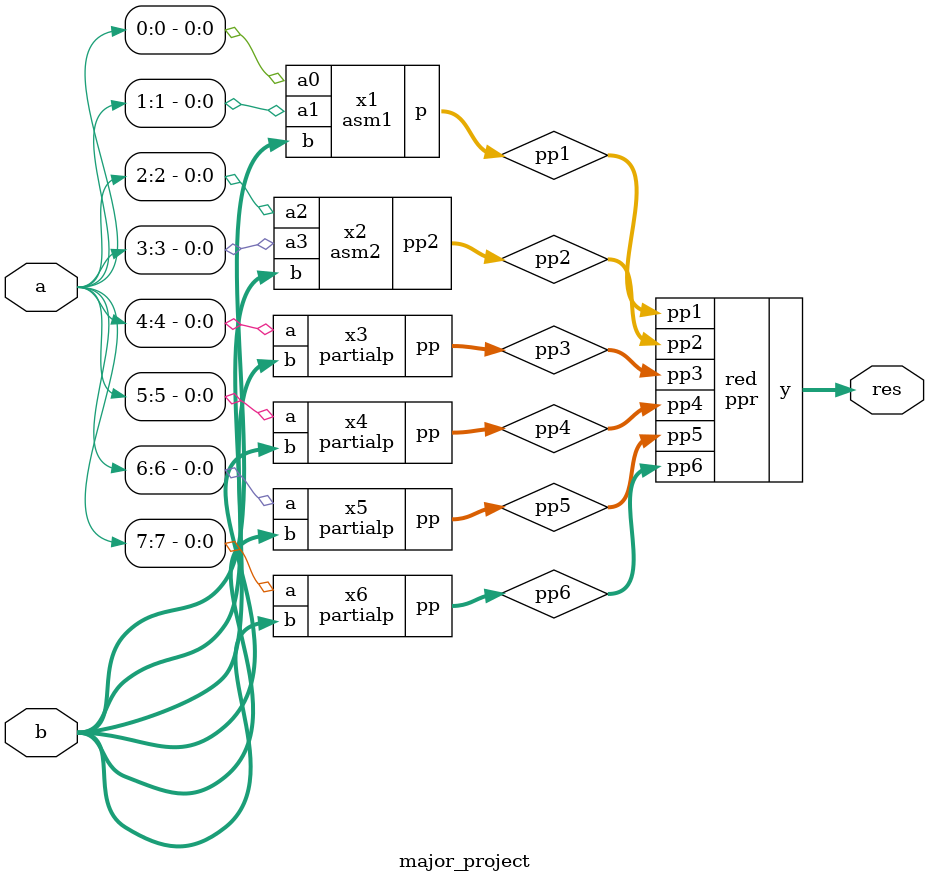
<source format=v>
module asm1(a0,a1,b,p);
input a0,a1;
input[7:0] b;
output[8:0] p;
wire k1,k2,k3,k4,k5,k6,k7;
wire l0,l1,l2,l3,l4,l5,l6;

 assign p[0] = (a0 & b[0]);
 assign k1 = (a0 & b[1]);
 assign k2 = (a0 & b[2]);
 assign k3 = (a0 & b[3]);
 assign k4 = (a0 & b[4]);
 assign k5 = (a0 & b[5]);
 assign k6 = (a0 & b[6]);
 assign k7 = (a0 & b[7]);
 
 
 assign l0 = (a1 & b[0]);
 assign l1 = (a1 & b[1]);
 assign l2 = (a1 & b[2]);
 assign l3 = (a1 & b[3]);
 assign l4 = (a1 & b[4]);
 assign l5 = (a1 & b[5]);
 assign l6 = (a1 & b[6]);
 assign p[8] = (a1 & b[7]);
 
 
assign p[1]  = (k1|l0);
assign p[2]  = (k2|l1);
assign p[3]  = (k3|l2);
assign p[4]  = (k4|l3);
assign p[5]  = (k5|l4);
assign p[6]  = (k6|l5);
assign p[7]  = (k7|l6);

endmodule

module asm2(
    input a3,
    input a2,
    input [7:0] b,
    output [9:0] pp2
    );
    wire k1,k2,k3,k4,k5,k6,k7;
    wire l0,l1,l2,l3,l4,l5,l6,l7;
    wire p0,p1,p2,p3,p4,p5,p6,p7,p8;
    wire g1,g2,g3,g4,g5,g6,g7;
    wire c1,c2,c3,c4,c5,c6,c7;
    
    assign k1=(a2&b[1]);
    assign k2=(a2&b[2]);
    assign k3=(a2&b[3]);
    assign k4=(a2&b[4]);
    assign k5=(a2&b[5]);
    assign k6=(a2&b[6]);
    assign k7=(a2&b[7]);
    
    assign l0=(a3&b[0]);
    assign l1=(a3&b[1]);
    assign l2=(a3&b[2]);
    assign l3=(a3&b[3]);
    assign l4=(a3&b[4]);
    assign l5=(a3&b[5]);
    assign l6=(a3&b[6]);
    assign l7=(a3&b[7]);
    
    assign p0=(a2&b[0]);
    assign p1=(l0|k1);
    assign p2=(l1|k2);
    assign p3=(l2|k3);
    assign p4=(l3|k4);
    assign p5=(l4|k5);
    assign p6=(l5|k6);
    assign p7=(l6|k7);
    assign p8=l7;
    
    assign g1=(l0&k1);
    assign g2=(l1&k2);
    assign g3=(l2&k3);
    assign g4=(l3&k4);
    assign g5=(l4&k5);
    assign g6=(l5&k6);
    assign g7=(l6&k7);
    
    assign c1=(~p1&p0);
    assign c2=(~p2&p1);
    assign c3=(~p3&p2);
    assign c4=(~p4&p3);
    assign c5=(~p5&p4);
    assign c6=(~p6&p5);
    assign c7=(~p7&p6);
    
    assign m1=(c1|g1);
    assign m2=(c2|g2);
    assign m3=(c3|g3);
    assign m4=(c4|g4);
    assign m5=(c5|g5);
    assign m6=(c6|g6);
    assign m7=(c7|g7);
    assign m8=(~l7&p7);
    
    assign s=(g7|g6|g5);
    
    assign pp2[0]=((s&0)|(~s&p0));
    assign pp2[1]=((s&m1)|(~s&p1));
    assign pp2[2]=((s&m2)|(~s&p2));
    assign pp2[3]=((s&m3)|(~s&p3));
    assign pp2[4]=((s&m4)|(~s&p4));
    assign pp2[5]=((s&m5)|(~s&p5));
    assign pp2[6]=((s&m6)|(~s&p6));
    assign pp2[7]=((s&m7)|(~s&p7));
    assign pp2[8]=((s&m8)|(~s&p8));
    assign pp2[9]=((s&l7)|(~s&0));
endmodule

module partialp(a,b,pp);
input a;
input [7:0]b;
output [7:0]pp;
assign pp[0]=(a&b[0]);
assign pp[1]=(a&b[1]);
assign pp[2]=(a&b[2]);
assign pp[3]=(a&b[3]);
assign pp[4]=(a&b[4]);
assign pp[5]=(a&b[5]);
assign pp[6]=(a&b[6]);
assign pp[7]=(a&b[7]);
endmodule

module ha(a,b,s,c);
input a,b;
output s,c;
xor(s,a,b);
and(c,a,b);
endmodule

module fa(a,b,c,sum,carry);
input a,b,c;
output sum,carry;
wire x,y,z;
ha o1(a,b,x,y);
ha o2(x,c,sum,z);
assign carry=y|z;
endmodule

module ppr(pp1,pp2,pp3,pp4,pp5,pp6,y);
input [8:0]pp1;
    input [9:0]pp2;
    input [7:0]pp3;
    input [7:0]pp4;
    input [7:0]pp5;
    input [7:0]pp6;
    output [15:0]y;
//stage1
wire [6:0]s1;
wire [6:0]c1;
fa h1(pp3[2],pp4[1],pp5[0],s1[0],c1[0]);
fa h2(pp3[3],pp4[2],pp5[1],s1[1],c1[1]);
fa h3(pp3[4],pp4[3],pp5[2],s1[2],c1[2]);
fa h4(pp3[5],pp4[4],pp5[3],s1[3],c1[3]);
fa h5(pp3[6],pp4[5],pp5[4],s1[4],c1[4]);
fa h6(pp3[7],pp4[6],pp5[5],s1[5],c1[5]);
fa h7(pp4[7],pp5[6],pp6[5],s1[6],c1[6]);

//stage2
wire[6:0]s2;
wire[6:0]c2;
fa i1(pp1[5],pp3[1],pp4[0],s2[0],c2[0]);
fa i2(pp1[7],c1[0],pp6[0],s2[1],c2[1]);
fa i3(pp1[8],c1[1],pp6[1],s2[2],c2[2]);
fa i4(s1[3],pp6[2],c1[2],s2[3],c2[3]);
fa i5(s1[4],pp6[3],c1[3],s2[4],c2[4]);
fa i6(s1[5],pp6[4],c1[4],s2[5],c2[5]);
fa i7(pp5[7],pp6[6],c1[6],s2[6],c2[6]);

//stage3
wire [9:0]s3;
wire [9:0]c3;
assign s3[0]=(pp2[0]|pp1[2]);
assign s3[1]=(pp2[1]|pp1[3]);
fa j1(pp2[2],pp1[4],pp3[0],s3[2],c3[2]);
fa j2(pp1[6],s1[0],c2[0],s3[3],c3[3]);
fa j3(pp2[5],s1[1],s2[1],s3[4],c3[4]);
fa j4(s1[2],s2[2],c2[1],s3[5],c3[5]);
fa j5(pp2[7],s2[3],c2[2],s3[6],c3[6]);
fa j6(pp2[8],s2[4],c2[3],s3[7],c3[7]);
fa j7(pp2[9],s2[5],c2[4],s3[8],c3[8]);
fa j8(c1[5],s1[6],c2[5],s3[9],c3[9]);

//stage4
wire [9:0]s4;
wire [9:0]c4;
fa k1(pp2[3],s2[0],c3[2],s4[0],c4[0]);
fa k2(pp2[4],s3[3],c4[0],s4[1],c4[1]);
fa k3(s3[4],c3[3],c4[1],s4[2],c4[2]);
fa k4(pp2[6],s3[5],c3[4],s4[3],c4[3]);
fa k5(s3[6],c3[5],c4[3],s4[4],c4[4]);
fa k6(s3[7],c3[6],c4[4],s4[5],c4[5]);
fa k7(s3[8],c3[7],c4[5],s4[6],c4[6]);
fa k8(s3[9],c3[8],c4[6],s4[7],c4[7]);
fa k9(s2[6],c3[9],c4[7],s4[8],c4[8]);
fa k10(pp6[7],c2[6],c4[8],s4[9],c4[9]); 

//stage5
wire [7:0]s5;
wire [7:0]c5;
ha e1(c4[2],s4[3],s5[0],c5[0]);
ha e2(s4[4],c5[0],s5[1],c5[1]);
ha e3(s4[5],c5[1],s5[2],c5[2]);
ha e4(s4[6],c5[2],s5[3],c5[3]);
ha e5(s4[7],c5[3],s5[4],c5[4]);
ha e6(s4[8],c5[4],s5[5],c5[5]);
ha e7(s4[9],c5[5],s5[6],c5[6]);
ha e8(c4[9],c5[6],s5[7],c5[7]);

assign y[0]=pp1[0];
assign y[1]=pp1[1];
assign y[2]=s3[0];
assign y[3]=s3[1];
assign y[4]=s3[2];
assign y[5]=s4[0];
assign y[6]=s4[1];
assign y[7]=s4[2];
assign y[8]=s5[0];
assign y[9]=s5[1];
assign y[10]=s5[2];
assign y[11]=s5[3];
assign y[12]=s5[4];
assign y[13]=s5[5];
assign y[14]=s5[6];
assign y[15]=s5[7];
endmodule

module major_project(
    input [7:0] a,
    input [7:0] b,
    output [15:0] res
    );
    wire [8:0]pp1;
    wire [9:0]pp2;
    wire [7:0]pp3;
    wire [7:0]pp4;
    wire [7:0]pp5;
    wire [7:0]pp6;
    asm1 x1(a[0],a[1],b,pp1);
    asm2 x2(a[3],a[2],b,pp2);
    partialp x3(a[4],b,pp3);
    partialp x4(a[5],b,pp4);
    partialp x5(a[6],b,pp5);
    partialp x6(a[7],b,pp6);
    ppr red(pp1,pp2,pp3,pp4,pp5,pp6,res);
endmodule
</source>
